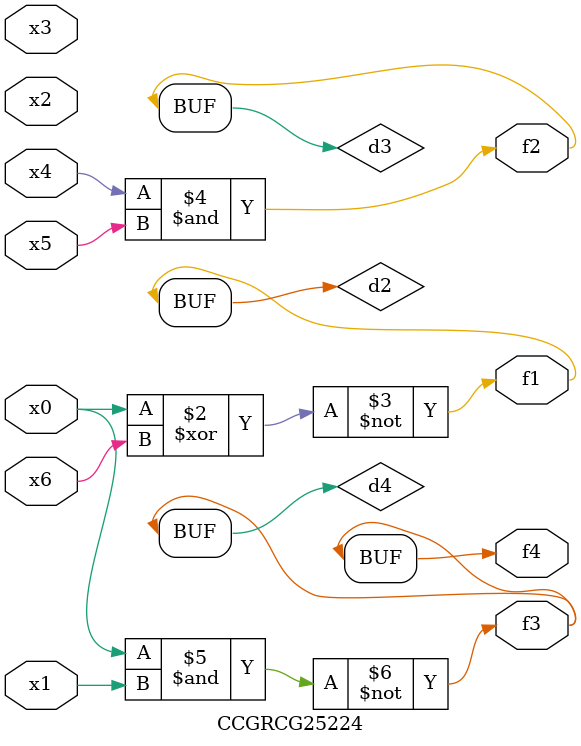
<source format=v>
module CCGRCG25224(
	input x0, x1, x2, x3, x4, x5, x6,
	output f1, f2, f3, f4
);

	wire d1, d2, d3, d4;

	nor (d1, x0);
	xnor (d2, x0, x6);
	and (d3, x4, x5);
	nand (d4, x0, x1);
	assign f1 = d2;
	assign f2 = d3;
	assign f3 = d4;
	assign f4 = d4;
endmodule

</source>
